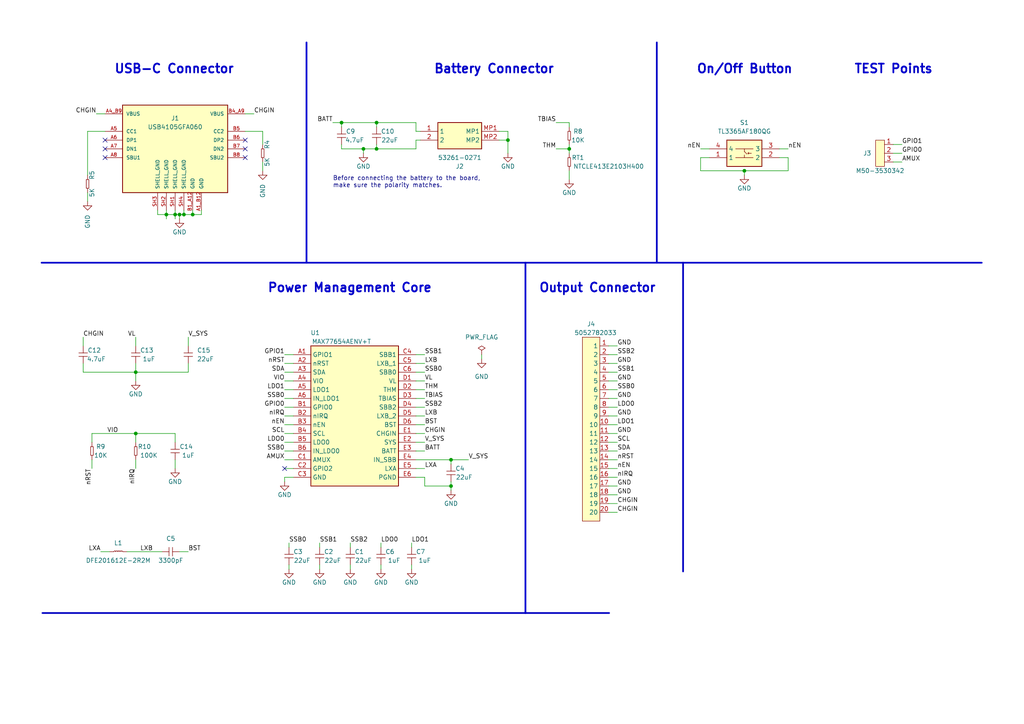
<source format=kicad_sch>
(kicad_sch (version 20230121) (generator eeschema)
  (paper "A4")
  (lib_symbols
    (symbol "connector:53261-0271"
      (property "Reference" "J" (at 19.05 7.62 0))
      (property "Value" "53261-0271" (at 19.05 5.08 0))
      (symbol "53261-0271_1_1"
        (rectangle (start 5.08 2.54) (end 17.78 -5.08) (stroke (width 0.254)) (fill (type background)))
        (pin passive line (at 0 -2.54 0) (length 5.08) (name "1") (number "1"))
        (pin passive line (at 0 0 0) (length 5.08) (name "2") (number "2"))
        (pin passive line (at 22.86 -2.54 180) (length 5.08) (name "MP1") (number "MP1"))
        (pin passive line (at 22.86 0 180) (length 5.08) (name "MP2") (number "MP2"))
      )
    )
    (symbol "connector:Connector_20PIN_5052782033"
      (property "Reference" "J" (at 0 1.27 0))
      (symbol "Connector_20PIN_5052782033_1_1"
        (rectangle (start 0 0) (end 5.08 -53.34) (fill (type background)))
        (pin passive line (at -2.54 -2.54 0) (length 2.54) (name "1") (number "1"))
        (pin passive line (at -2.54 -25.4 0) (length 2.54) (name "10") (number "10"))
        (pin passive line (at -2.54 -27.94 0) (length 2.54) (name "11") (number "11"))
        (pin passive line (at -2.54 -30.48 0) (length 2.54) (name "12") (number "12"))
        (pin passive line (at -2.54 -33.02 0) (length 2.54) (name "13") (number "13"))
        (pin passive line (at -2.54 -35.56 0) (length 2.54) (name "14") (number "14"))
        (pin passive line (at -2.54 -38.1 0) (length 2.54) (name "15") (number "15"))
        (pin passive line (at -2.54 -40.64 0) (length 2.54) (name "16") (number "16"))
        (pin passive line (at -2.54 -43.18 0) (length 2.54) (name "17") (number "17"))
        (pin passive line (at -2.54 -45.72 0) (length 2.54) (name "18") (number "18"))
        (pin passive line (at -2.54 -48.26 0) (length 2.54) (name "19") (number "19"))
        (pin passive line (at -2.54 -5.08 0) (length 2.54) (name "2") (number "2"))
        (pin passive line (at -2.54 -50.8 0) (length 2.54) (name "20") (number "20"))
        (pin passive line (at -2.54 -7.62 0) (length 2.54) (name "3") (number "3"))
        (pin passive line (at -2.54 -10.16 0) (length 2.54) (name "4") (number "4"))
        (pin passive line (at -2.54 -12.7 0) (length 2.54) (name "5") (number "5"))
        (pin passive line (at -2.54 -15.24 0) (length 2.54) (name "6") (number "6"))
        (pin passive line (at -2.54 -17.78 0) (length 2.54) (name "7") (number "7"))
        (pin passive line (at -2.54 -20.32 0) (length 2.54) (name "8") (number "8"))
        (pin passive line (at -2.54 -22.86 0) (length 2.54) (name "9") (number "9"))
      )
    )
    (symbol "connector:Header_1.27_3PIN" (pin_names (offset 0) hide)
      (property "Reference" "J" (at -2.54 3.81 0))
      (symbol "Header_1.27_3PIN_1_1"
        (rectangle (start -1.27 1.27) (end 1.27 -6.35) (fill (type background)))
        (pin passive line (at -3.81 0 0) (length 2.54) (name "1") (number "1"))
        (pin passive line (at -3.81 -2.54 0) (length 2.54) (name "2") (number "2"))
        (pin passive line (at -3.81 -5.08 0) (length 2.54) (name "3") (number "3"))
      )
    )
    (symbol "connector:TL3365AF180QG"
      (property "Reference" "S" (at -5.08 8.382 0))
      (property "Value" "TL3365AF180QG" (at -5.08 5.842 0))
      (symbol "TL3365AF180QG_0_1"
        (polyline (pts (xy -2.54 1.27) (xy 2.54 1.27)))
        (polyline (pts (xy 0 -1.27) (xy 0 -0.508)))
        (polyline (pts (xy 0 0.508) (xy 0.762 -0.254)))
        (polyline (pts (xy 0 1.27) (xy 0 0.508)))
        (polyline (pts (xy 1.016 0) (xy 1.27 -0.254)))
        (polyline (pts (xy 1.016 0) (xy 1.27 0.254)))
        (polyline (pts (xy 1.016 0) (xy 2.032 0)))
        (polyline (pts (xy 2.54 -1.27) (xy -2.54 -1.27)))
      )
      (symbol "TL3365AF180QG_1_1"
        (rectangle (start -5.08 3.81) (end 5.08 -3.81) (stroke (width 0.254)) (fill (type background)))
        (pin passive line (at -10.16 -1.27 0) (length 5.08) (name "1") (number "1"))
        (pin passive line (at 10.16 -1.27 180) (length 5.08) (name "2") (number "2"))
        (pin passive line (at 10.16 1.27 180) (length 5.08) (name "3") (number "3"))
        (pin passive line (at -10.16 1.27 0) (length 5.08) (name "4") (number "4"))
      )
    )
    (symbol "connector:USB4105GFA060" (pin_names (offset 1.016))
      (property "Reference" "J" (at -15.24 13.97 0))
      (property "Value" "USB4105GFA060" (at -8.89 13.97 0))
      (symbol "USB4105GFA060_0_0"
        (rectangle (start -15.24 12.7) (end 15.24 -12.7) (stroke (width 0.254)) (fill (type background)))
        (pin bidirectional line (at -20.32 5.08 0) (length 5.08) (name "CC1") (number "A5"))
        (pin bidirectional line (at -20.32 2.54 0) (length 5.08) (name "DP1") (number "A6"))
        (pin bidirectional line (at -20.32 0 0) (length 5.08) (name "DN1") (number "A7"))
        (pin bidirectional line (at -20.32 -2.54 0) (length 5.08) (name "SBU1") (number "A8"))
        (pin power_in line (at 20.32 10.16 180) (length 5.08) (name "VBUS") (number "B4_A9"))
        (pin bidirectional line (at 20.32 5.08 180) (length 5.08) (name "CC2") (number "B5"))
        (pin bidirectional line (at 20.32 2.54 180) (length 5.08) (name "DP2") (number "B6"))
        (pin bidirectional line (at 20.32 0 180) (length 5.08) (name "DN2") (number "B7"))
        (pin bidirectional line (at 20.32 -2.54 180) (length 5.08) (name "SBU2") (number "B8"))
      )
      (symbol "USB4105GFA060_1_0"
        (pin passive line (at 7.62 -17.78 90) (length 5.08) (name "GND") (number "A1_B12"))
        (pin power_out line (at -20.32 10.16 0) (length 5.08) (name "VBUS") (number "A4_B9"))
        (pin passive line (at 5.08 -17.78 90) (length 5.08) (name "GND") (number "B1_A12"))
        (pin passive line (at 0 -17.78 90) (length 5.08) (name "SHELL_GND") (number "SH1"))
        (pin passive line (at -2.54 -17.78 90) (length 5.08) (name "SHELL_GND") (number "SH2"))
        (pin passive line (at -5.08 -17.78 90) (length 5.08) (name "SHELL_GND") (number "SH3"))
        (pin passive line (at 2.54 -17.78 90) (length 5.08) (name "SHELL_GND") (number "SH4"))
      )
    )
    (symbol "passive:capacitor_0402" (pin_numbers hide) (pin_names (offset 0) hide)
      (property "Reference" "C" (at -0.127 0.762 0))
      (symbol "capacitor_0402_0_1"
        (polyline (pts (xy -0.508 0) (xy -0.508 -2.54)))
        (polyline (pts (xy 0.508 0) (xy 0.508 -2.54)))
      )
      (symbol "capacitor_0402_1_1"
        (pin passive line (at 2.54 -1.27 180) (length 2.032) (name "1") (number "1"))
        (pin passive line (at -2.54 -1.27 0) (length 2.032) (name "2") (number "2"))
      )
    )
    (symbol "passive:capacitor_0603" (pin_numbers hide) (pin_names (offset 0) hide)
      (property "Reference" "C" (at -0.127 0.762 0))
      (symbol "capacitor_0603_0_1"
        (polyline (pts (xy -0.508 0) (xy -0.508 -2.54)))
        (polyline (pts (xy 0.508 0) (xy 0.508 -2.54)))
      )
      (symbol "capacitor_0603_1_1"
        (pin passive line (at 2.54 -1.27 180) (length 2.032) (name "1") (number "1"))
        (pin passive line (at -2.54 -1.27 0) (length 2.032) (name "2") (number "2"))
      )
    )
    (symbol "passive:inductor_0806" (pin_numbers hide) (pin_names (offset 0) hide)
      (property "Reference" "L" (at 0 0 0))
      (symbol "inductor_0806_0_1"
        (arc (start -0.762 -2.54) (mid -1.016 -2.293) (end -1.27 -2.54))
        (arc (start -0.254 -2.5329) (mid -0.508 -2.2859) (end -0.762 -2.5329))
        (arc (start 0.254 -2.5329) (mid 0 -2.2859) (end -0.254 -2.5329))
        (arc (start 0.762 -2.5329) (mid 0.508 -2.2859) (end 0.254 -2.5329))
        (arc (start 1.27 -2.5329) (mid 1.016 -2.2859) (end 0.762 -2.5329))
      )
      (symbol "inductor_0806_1_1"
        (pin passive line (at -2.54 -2.54 0) (length 1.27) (name "1") (number "1"))
        (pin passive line (at 2.54 -2.54 180) (length 1.27) (name "2") (number "2"))
      )
    )
    (symbol "passive:resistor_0402" (pin_numbers hide) (pin_names (offset 0) hide)
      (property "Reference" "R" (at -0.127 0.762 0))
      (symbol "resistor_0402_0_1"
        (rectangle (start -1.27 -0.889) (end 1.27 -1.651))
      )
      (symbol "resistor_0402_1_1"
        (pin passive line (at 2.54 -1.27 180) (length 1.27) (name "1") (number "1"))
        (pin passive line (at -2.54 -1.27 0) (length 1.27) (name "2") (number "2"))
      )
    )
    (symbol "passive:thermal_resistor_tht" (pin_numbers hide) (pin_names (offset 0) hide)
      (property "Reference" "RT" (at 0 1.27 0))
      (property "Value" "~" (at 0 -1.016 0))
      (symbol "thermal_resistor_tht_0_1"
        (rectangle (start -1.27 0.381) (end 1.27 -0.381))
      )
      (symbol "thermal_resistor_tht_1_1"
        (pin passive line (at 2.54 0 180) (length 1.27) (name "1") (number "1"))
        (pin passive line (at -2.54 0 0) (length 1.27) (name "2") (number "2"))
      )
    )
    (symbol "power:MAX77654AENV+T"
      (property "Reference" "U" (at -12.7 24.892 0))
      (property "Value" "MAX77654AENV+T" (at -12.7 22.352 0))
      (symbol "MAX77654AENV+T_1_1"
        (rectangle (start -12.7 20.32) (end 12.7 -20.32) (stroke (width 0.254)) (fill (type background)))
        (pin passive line (at -17.78 17.78 0) (length 5.08) (name "GPIO1") (number "A1"))
        (pin passive line (at -17.78 15.24 0) (length 5.08) (name "nRST") (number "A2"))
        (pin passive line (at -17.78 12.7 0) (length 5.08) (name "SDA") (number "A3"))
        (pin passive line (at -17.78 10.16 0) (length 5.08) (name "VIO") (number "A4"))
        (pin passive line (at -17.78 7.62 0) (length 5.08) (name "LDO1") (number "A5"))
        (pin passive line (at -17.78 5.08 0) (length 5.08) (name "IN_LDO1") (number "A6"))
        (pin passive line (at -17.78 2.54 0) (length 5.08) (name "GPIO0") (number "B1"))
        (pin passive line (at -17.78 0 0) (length 5.08) (name "nIRQ") (number "B2"))
        (pin passive line (at -17.78 -2.54 0) (length 5.08) (name "nEN") (number "B3"))
        (pin passive line (at -17.78 -5.08 0) (length 5.08) (name "SCL") (number "B4"))
        (pin passive line (at -17.78 -7.62 0) (length 5.08) (name "LDO0") (number "B5"))
        (pin passive line (at -17.78 -10.16 0) (length 5.08) (name "IN_LDO0") (number "B6"))
        (pin passive line (at -17.78 -12.7 0) (length 5.08) (name "AMUX") (number "C1"))
        (pin passive line (at -17.78 -15.24 0) (length 5.08) (name "GPIO2") (number "C2"))
        (pin passive line (at -17.78 -17.78 0) (length 5.08) (name "GND") (number "C3"))
        (pin passive line (at 17.78 17.78 180) (length 5.08) (name "SBB1") (number "C4"))
        (pin passive line (at 17.78 15.24 180) (length 5.08) (name "LXB_1") (number "C5"))
        (pin passive line (at 17.78 12.7 180) (length 5.08) (name "SBB0") (number "C6"))
        (pin passive line (at 17.78 10.16 180) (length 5.08) (name "VL") (number "D1"))
        (pin passive line (at 17.78 7.62 180) (length 5.08) (name "THM") (number "D2"))
        (pin passive line (at 17.78 5.08 180) (length 5.08) (name "TBIAS") (number "D3"))
        (pin passive line (at 17.78 2.54 180) (length 5.08) (name "SBB2") (number "D4"))
        (pin passive line (at 17.78 0 180) (length 5.08) (name "LXB_2") (number "D5"))
        (pin passive line (at 17.78 -2.54 180) (length 5.08) (name "BST") (number "D6"))
        (pin passive line (at 17.78 -5.08 180) (length 5.08) (name "CHGIN") (number "E1"))
        (pin passive line (at 17.78 -7.62 180) (length 5.08) (name "SYS") (number "E2"))
        (pin passive line (at 17.78 -10.16 180) (length 5.08) (name "BATT") (number "E3"))
        (pin passive line (at 17.78 -12.7 180) (length 5.08) (name "IN_SBB") (number "E4"))
        (pin passive line (at 17.78 -15.24 180) (length 5.08) (name "LXA") (number "E5"))
        (pin passive line (at 17.78 -17.78 180) (length 5.08) (name "PGND") (number "E6"))
      )
    )
    (symbol "power_kicad:GND" (power) (pin_names (offset 0))
      (property "Value" "GND" (at 0 -3.81 0))
      (symbol "GND_0_1"
        (polyline (pts (xy 0 0) (xy 0 -1.27) (xy 1.27 -1.27) (xy 0 -2.54) (xy -1.27 -1.27) (xy 0 -1.27)))
      )
      (symbol "GND_1_1"
        (pin power_in line (at 0 0 270) (length 0) hide (name "GND") (number "1"))
      )
    )
    (symbol "power_kicad:PWR_FLAG" (power) (pin_numbers hide) (pin_names (offset 0) hide)
      (property "Value" "PWR_FLAG" (at 0 3.81 0))
      (symbol "PWR_FLAG_0_0"
        (pin power_out line (at 0 0 90) (length 0) (name "pwr") (number "1"))
      )
      (symbol "PWR_FLAG_0_1"
        (polyline (pts (xy 0 0) (xy 0 1.27) (xy -1.016 1.905) (xy 0 2.54) (xy 1.016 1.905) (xy 0 1.27)))
      )
    )
  )
  (junction (at 99.06 35.56))
  (junction (at 39.37 107.95))
  (junction (at 55.88 62.23))
  (junction (at 39.37 125.73))
  (junction (at 53.34 62.23))
  (junction (at 165.1 43.18))
  (junction (at 48.26 62.23))
  (junction (at 105.41 43.18))
  (junction (at 215.9 49.53))
  (junction (at 147.32 40.64))
  (junction (at 52.07 62.23))
  (junction (at 130.81 133.35))
  (junction (at 50.8 62.23))
  (junction (at 109.22 43.18))
  (junction (at 109.22 35.56))
  (junction (at 130.81 140.97))
  (no_connect (at 71.12 40.64))
  (no_connect (at 30.48 45.72))
  (no_connect (at 71.12 43.18))
  (no_connect (at 71.12 45.72))
  (no_connect (at 30.48 43.18))
  (no_connect (at 82.55 135.89))
  (no_connect (at 30.48 40.64))
  (wire (pts (xy 83.82 157.48) (xy 83.82 158.75)))
  (wire (pts (xy 120.65 110.49) (xy 123.19 110.49)))
  (polyline (pts (xy 12.065 76.2) (xy 88.9 76.2)) (stroke (width 0.5)))
  (wire (pts (xy 203.2 45.72) (xy 203.2 49.53)))
  (wire (pts (xy 119.38 157.48) (xy 119.38 158.75)))
  (wire (pts (xy 120.65 123.19) (xy 123.19 123.19)))
  (wire (pts (xy 123.19 140.97) (xy 130.81 140.97)))
  (wire (pts (xy 82.55 133.35) (xy 85.09 133.35)))
  (wire (pts (xy 130.81 133.35) (xy 135.89 133.35)))
  (polyline (pts (xy 88.9 76.2) (xy 284.734 76.2)) (stroke (width 0.5)))
  (wire (pts (xy 96.52 35.56) (xy 99.06 35.56)))
  (wire (pts (xy 39.37 133.35) (xy 39.37 135.89)))
  (wire (pts (xy 120.65 133.35) (xy 130.81 133.35)))
  (polyline (pts (xy 190.5 12.319) (xy 190.5 76.2)) (stroke (width 0.5)))
  (wire (pts (xy 215.9 49.53) (xy 228.6 49.53)))
  (wire (pts (xy 76.2 41.91) (xy 76.2 38.1)))
  (wire (pts (xy 109.22 43.18) (xy 105.41 43.18)))
  (wire (pts (xy 53.34 62.23) (xy 52.07 62.23)))
  (wire (pts (xy 176.53 118.11) (xy 179.07 118.11)))
  (wire (pts (xy 144.78 38.1) (xy 147.32 38.1)))
  (wire (pts (xy 82.55 118.11) (xy 85.09 118.11)))
  (wire (pts (xy 39.37 110.49) (xy 39.37 107.95)))
  (wire (pts (xy 130.81 140.97) (xy 130.81 142.24)))
  (wire (pts (xy 54.61 105.41) (xy 54.61 107.95)))
  (wire (pts (xy 82.55 138.43) (xy 85.09 138.43)))
  (wire (pts (xy 99.06 35.56) (xy 109.22 35.56)))
  (wire (pts (xy 120.65 107.95) (xy 123.19 107.95)))
  (wire (pts (xy 54.61 97.79) (xy 54.61 100.33)))
  (wire (pts (xy 176.53 100.33) (xy 179.07 100.33)))
  (wire (pts (xy 228.6 45.72) (xy 228.6 49.53)))
  (wire (pts (xy 39.37 100.33) (xy 39.37 97.79)))
  (wire (pts (xy 45.72 60.96) (xy 45.72 62.23)))
  (wire (pts (xy 120.65 118.11) (xy 123.19 118.11)))
  (wire (pts (xy 24.13 97.79) (xy 24.13 100.33)))
  (wire (pts (xy 82.55 125.73) (xy 85.09 125.73)))
  (wire (pts (xy 120.65 105.41) (xy 123.19 105.41)))
  (wire (pts (xy 50.8 62.23) (xy 48.26 62.23)))
  (wire (pts (xy 176.53 128.27) (xy 179.07 128.27)))
  (wire (pts (xy 71.12 38.1) (xy 76.2 38.1)))
  (wire (pts (xy 50.8 62.23) (xy 50.8 63.5)))
  (wire (pts (xy 161.29 35.56) (xy 165.1 35.56)))
  (wire (pts (xy 50.8 133.35) (xy 50.8 135.89)))
  (wire (pts (xy 105.41 43.18) (xy 99.06 43.18)))
  (wire (pts (xy 101.6 157.48) (xy 101.6 158.75)))
  (wire (pts (xy 82.55 139.7) (xy 82.55 138.43)))
  (wire (pts (xy 109.22 41.91) (xy 109.22 43.18)))
  (wire (pts (xy 120.65 43.18) (xy 109.22 43.18)))
  (wire (pts (xy 121.92 38.1) (xy 120.65 38.1)))
  (wire (pts (xy 101.6 163.83) (xy 101.6 165.1)))
  (wire (pts (xy 176.53 123.19) (xy 179.07 123.19)))
  (wire (pts (xy 176.53 133.35) (xy 179.07 133.35)))
  (wire (pts (xy 165.1 41.91) (xy 165.1 43.18)))
  (wire (pts (xy 26.67 125.73) (xy 26.67 128.27)))
  (wire (pts (xy 48.26 62.23) (xy 45.72 62.23)))
  (wire (pts (xy 105.41 43.18) (xy 105.41 44.45)))
  (wire (pts (xy 120.65 138.43) (xy 123.19 138.43)))
  (wire (pts (xy 27.94 33.02) (xy 30.48 33.02)))
  (wire (pts (xy 176.53 110.49) (xy 179.07 110.49)))
  (wire (pts (xy 82.55 120.65) (xy 85.09 120.65)))
  (wire (pts (xy 58.42 60.96) (xy 58.42 62.23)))
  (wire (pts (xy 165.1 35.56) (xy 165.1 36.83)))
  (wire (pts (xy 176.53 143.51) (xy 179.07 143.51)))
  (wire (pts (xy 92.71 157.48) (xy 92.71 158.75)))
  (wire (pts (xy 52.07 160.02) (xy 54.61 160.02)))
  (wire (pts (xy 55.88 62.23) (xy 53.34 62.23)))
  (polyline (pts (xy 152.4 177.8) (xy 176.657 177.8)) (stroke (width 0.5)))
  (wire (pts (xy 39.37 105.41) (xy 39.37 107.95)))
  (wire (pts (xy 50.8 125.73) (xy 50.8 128.27)))
  (wire (pts (xy 82.55 115.57) (xy 85.09 115.57)))
  (wire (pts (xy 110.49 163.83) (xy 110.49 165.1)))
  (wire (pts (xy 203.2 49.53) (xy 215.9 49.53)))
  (wire (pts (xy 176.53 102.87) (xy 179.07 102.87)))
  (wire (pts (xy 110.49 157.48) (xy 110.49 158.75)))
  (wire (pts (xy 120.65 120.65) (xy 123.19 120.65)))
  (wire (pts (xy 82.55 123.19) (xy 85.09 123.19)))
  (wire (pts (xy 120.65 128.27) (xy 123.19 128.27)))
  (wire (pts (xy 99.06 35.56) (xy 99.06 36.83)))
  (wire (pts (xy 48.26 62.23) (xy 48.26 63.5)))
  (wire (pts (xy 26.67 133.35) (xy 26.67 135.89)))
  (wire (pts (xy 82.55 113.03) (xy 85.09 113.03)))
  (wire (pts (xy 39.37 107.95) (xy 54.61 107.95)))
  (wire (pts (xy 82.55 128.27) (xy 85.09 128.27)))
  (wire (pts (xy 24.13 107.95) (xy 39.37 107.95)))
  (wire (pts (xy 83.82 163.83) (xy 83.82 165.1)))
  (wire (pts (xy 176.53 115.57) (xy 179.07 115.57)))
  (wire (pts (xy 52.07 62.23) (xy 50.8 62.23)))
  (wire (pts (xy 176.53 130.81) (xy 179.07 130.81)))
  (wire (pts (xy 120.65 40.64) (xy 120.65 43.18)))
  (wire (pts (xy 144.78 40.64) (xy 147.32 40.64)))
  (wire (pts (xy 82.55 110.49) (xy 85.09 110.49)))
  (wire (pts (xy 259.08 44.45) (xy 261.62 44.45)))
  (wire (pts (xy 226.06 43.18) (xy 228.6 43.18)))
  (polyline (pts (xy 88.9 12.319) (xy 88.9 76.2)) (stroke (width 0.5)))
  (wire (pts (xy 259.08 41.91) (xy 261.62 41.91)))
  (wire (pts (xy 205.74 45.72) (xy 203.2 45.72)))
  (wire (pts (xy 120.65 125.73) (xy 123.19 125.73)))
  (wire (pts (xy 120.65 102.87) (xy 123.19 102.87)))
  (wire (pts (xy 50.8 60.96) (xy 50.8 62.23)))
  (polyline (pts (xy 198.12 76.2) (xy 198.12 165.735)) (stroke (width 0.5)))
  (polyline (pts (xy 12.319 177.8) (xy 152.4 177.8)) (stroke (width 0.5)))
  (wire (pts (xy 82.55 130.81) (xy 85.09 130.81)))
  (wire (pts (xy 203.2 43.18) (xy 205.74 43.18)))
  (wire (pts (xy 176.53 138.43) (xy 179.07 138.43)))
  (wire (pts (xy 120.65 113.03) (xy 123.19 113.03)))
  (wire (pts (xy 55.88 60.96) (xy 55.88 62.23)))
  (wire (pts (xy 82.55 105.41) (xy 85.09 105.41)))
  (polyline (pts (xy 152.4 76.2) (xy 152.4 177.8)) (stroke (width 0.5)))
  (wire (pts (xy 24.13 107.95) (xy 24.13 105.41)))
  (wire (pts (xy 176.53 107.95) (xy 179.07 107.95)))
  (wire (pts (xy 58.42 62.23) (xy 55.88 62.23)))
  (wire (pts (xy 26.67 125.73) (xy 39.37 125.73)))
  (wire (pts (xy 29.21 160.02) (xy 31.75 160.02)))
  (wire (pts (xy 39.37 128.27) (xy 39.37 125.73)))
  (wire (pts (xy 52.07 62.23) (xy 52.07 63.5)))
  (wire (pts (xy 48.26 60.96) (xy 48.26 62.23)))
  (wire (pts (xy 76.2 46.99) (xy 76.2 49.53)))
  (wire (pts (xy 176.53 135.89) (xy 179.07 135.89)))
  (wire (pts (xy 176.53 105.41) (xy 179.07 105.41)))
  (wire (pts (xy 39.37 125.73) (xy 50.8 125.73)))
  (wire (pts (xy 176.53 120.65) (xy 179.07 120.65)))
  (wire (pts (xy 147.32 38.1) (xy 147.32 40.64)))
  (wire (pts (xy 109.22 35.56) (xy 120.65 35.56)))
  (wire (pts (xy 99.06 41.91) (xy 99.06 43.18)))
  (wire (pts (xy 82.55 135.89) (xy 85.09 135.89)))
  (wire (pts (xy 36.83 160.02) (xy 46.99 160.02)))
  (wire (pts (xy 82.55 107.95) (xy 85.09 107.95)))
  (wire (pts (xy 120.65 35.56) (xy 120.65 38.1)))
  (wire (pts (xy 123.19 138.43) (xy 123.19 140.97)))
  (wire (pts (xy 215.9 50.8) (xy 215.9 49.53)))
  (wire (pts (xy 25.4 38.1) (xy 30.48 38.1)))
  (wire (pts (xy 130.81 139.7) (xy 130.81 140.97)))
  (wire (pts (xy 130.81 134.62) (xy 130.81 133.35)))
  (wire (pts (xy 25.4 55.88) (xy 25.4 58.42)))
  (wire (pts (xy 226.06 45.72) (xy 228.6 45.72)))
  (wire (pts (xy 139.7 102.87) (xy 139.7 104.14)))
  (wire (pts (xy 161.29 43.18) (xy 165.1 43.18)))
  (wire (pts (xy 176.53 148.59) (xy 179.07 148.59)))
  (wire (pts (xy 120.65 115.57) (xy 123.19 115.57)))
  (wire (pts (xy 120.65 135.89) (xy 123.19 135.89)))
  (wire (pts (xy 147.32 40.64) (xy 147.32 44.45)))
  (wire (pts (xy 165.1 43.18) (xy 165.1 44.45)))
  (wire (pts (xy 109.22 35.56) (xy 109.22 36.83)))
  (wire (pts (xy 121.92 40.64) (xy 120.65 40.64)))
  (wire (pts (xy 259.08 46.99) (xy 261.62 46.99)))
  (wire (pts (xy 120.65 130.81) (xy 123.19 130.81)))
  (wire (pts (xy 176.53 146.05) (xy 179.07 146.05)))
  (wire (pts (xy 53.34 60.96) (xy 53.34 62.23)))
  (wire (pts (xy 165.1 49.53) (xy 165.1 52.07)))
  (wire (pts (xy 25.4 50.8) (xy 25.4 38.1)))
  (wire (pts (xy 92.71 163.83) (xy 92.71 165.1)))
  (wire (pts (xy 71.12 33.02) (xy 73.66 33.02)))
  (wire (pts (xy 176.53 113.03) (xy 179.07 113.03)))
  (wire (pts (xy 176.53 125.73) (xy 179.07 125.73)))
  (wire (pts (xy 176.53 140.97) (xy 179.07 140.97)))
  (wire (pts (xy 82.55 102.87) (xy 85.09 102.87)))
  (wire (pts (xy 119.38 163.83) (xy 119.38 165.1)))
  (text "TEST Points" (at 247.65 21.59 0) (effects (font (size 2.54 2.54) (thickness 0.508) bold) (justify left bottom)))
  (text "Output Connector" (at 156.21 85.09 0) (effects (font (size 2.54 2.54) (thickness 0.508) bold) (justify left bottom)))
  (text "Battery Connector" (at 125.73 21.59 0) (effects (font (size 2.54 2.54) (thickness 0.508) bold) (justify left bottom)))
  (text "USB-C Connector" (at 33.02 21.59 0) (effects (font (size 2.54 2.54) (thickness 0.508) bold) (justify left bottom)))
  (text "On/Off Button" (at 201.93 21.59 0) (effects (font (size 2.54 2.54) (thickness 0.508) bold) (justify left bottom)))
  (text "Power Management Core" (at 77.47 85.09 0) (effects (font (size 2.54 2.54) (thickness 0.508) bold) (justify left bottom)))
  (text "Before connecting the battery to the board, \nmake sure the polarity matches." (at 96.52 54.61 0) (effects (font (size 1.27 1.27)) (justify left bottom)))
  (label "nEN" (at 179.07 135.89 0))
  (label "VL" (at 39.37 97.79 180))
  (label "LXA" (at 29.21 160.02 180))
  (label "BATT" (at 123.19 130.81 0))
  (label "SSB0" (at 179.07 113.03 0))
  (label "GND" (at 179.07 143.51 0))
  (label "TBIAS" (at 161.29 35.56 180))
  (label "AMUX" (at 261.62 46.99 0))
  (label "VIO" (at 82.55 110.49 180))
  (label "GPIO1" (at 82.55 102.87 180))
  (label "LXB" (at 40.64 160.02 0))
  (label "GPIO0" (at 82.55 118.11 180))
  (label "BST" (at 54.61 160.02 0))
  (label "AMUX" (at 82.55 133.35 180))
  (label "CHGIN" (at 179.07 146.05 0))
  (label "SSB0" (at 83.82 157.48 0))
  (label "BST" (at 123.19 123.19 0))
  (label "LDO1" (at 179.07 123.19 0))
  (label "SSB0" (at 82.55 130.81 180))
  (label "SSB2" (at 179.07 102.87 0))
  (label "CHGIN" (at 24.13 97.79 0))
  (label "SSB2" (at 101.6 157.48 0))
  (label "nIRQ" (at 179.07 138.43 0))
  (label "nEN" (at 82.55 123.19 180))
  (label "CHGIN" (at 73.66 33.02 0))
  (label "LDO0" (at 110.49 157.48 0))
  (label "SDA" (at 82.55 107.95 180))
  (label "GND" (at 179.07 140.97 0))
  (label "SCL" (at 179.07 128.27 0))
  (label "LDO1" (at 82.55 113.03 180))
  (label "GND" (at 179.07 125.73 0))
  (label "SSB2" (at 123.19 118.11 0))
  (label "nRST" (at 26.67 135.89 270))
  (label "SSB0" (at 82.55 115.57 180))
  (label "THM" (at 123.19 113.03 0))
  (label "LXA" (at 123.19 135.89 0))
  (label "SSB1" (at 123.19 102.87 0))
  (label "nEN" (at 203.2 43.18 180))
  (label "nIRQ" (at 39.37 135.89 270))
  (label "LDO0" (at 179.07 118.11 0))
  (label "SSB1" (at 92.71 157.48 0))
  (label "VIO" (at 34.29 125.73 180))
  (label "SSB1" (at 179.07 107.95 0))
  (label "TBIAS" (at 123.19 115.57 0))
  (label "V_SYS" (at 123.19 128.27 0))
  (label "BATT" (at 96.52 35.56 180))
  (label "nRST" (at 179.07 133.35 0))
  (label "CHGIN" (at 123.19 125.73 0))
  (label "GND" (at 179.07 105.41 0))
  (label "CHGIN" (at 179.07 148.59 0))
  (label "GPIO0" (at 261.62 44.45 0))
  (label "LXB" (at 123.19 120.65 0))
  (label "V_SYS" (at 54.61 97.79 0))
  (label "nIRQ" (at 82.55 120.65 180))
  (label "nEN" (at 228.6 43.18 0))
  (label "nRST" (at 82.55 105.41 180))
  (label "SDA" (at 179.07 130.81 0))
  (label "LXB" (at 123.19 105.41 0))
  (label "VL" (at 123.19 110.49 0))
  (label "GND" (at 179.07 100.33 0))
  (label "LDO1" (at 119.38 157.48 0))
  (label "THM" (at 161.29 43.18 180))
  (label "CHGIN" (at 27.94 33.02 180))
  (label "GND" (at 179.07 110.49 0))
  (label "V_SYS" (at 135.89 133.35 0))
  (label "LDO0" (at 82.55 128.27 180))
  (label "GND" (at 179.07 120.65 0))
  (label "GND" (at 179.07 115.57 0))
  (label "SSB0" (at 123.19 107.95 0))
  (label "SCL" (at 82.55 125.73 180))
  (label "GPIO1" (at 261.62 41.91 0))
  (symbol (lib_id "power_kicad:GND") (at 92.71 165.1 0) (unit 1)
    (property "Reference" "#PWR010" (effects hide))
    (property "Value" "GND" (at 92.71 168.91 0))
  )
  (symbol (lib_id "passive:capacitor_0603") (at 129.54 137.16 90) (unit 1)
    (property "Reference" "C4" (at 132.08 135.89 90) (effects (justify right)))
    (property "Value" "22uF" (at 134.62 138.43 90))
    (property "Footprint" "passive:C_0603" (effects hide))
  )
  (symbol (lib_id "connector:Connector_20PIN_5052782033") (at 173.99 97.79 0) (mirror y) (unit 1)
    (property "Reference" "J4" (at 171.45 93.98 0))
    (property "Value" "5052782033" (at 172.72 96.52 0))
    (property "Footprint" "connector:Connector_20PIN_5052782033" (effects hide))
    (property "Datasheet" "https://tools.molex.com/pdm_docs/sd/5052782033_sd.pdf" (effects hide))
  )
  (symbol (lib_id "power_kicad:GND") (at 147.32 44.45 0) (unit 1)
    (property "Reference" "#PWR07" (effects hide))
    (property "Value" "GND" (at 147.32 48.26 0))
  )
  (symbol (lib_id "passive:capacitor_0402") (at 49.53 158.75 0) (unit 1)
    (property "Reference" "C5" (at 49.53 156.21 0))
    (property "Value" "3300pF" (at 49.53 162.56 0))
    (property "Footprint" "passive:C_0402" (effects hide))
  )
  (symbol (lib_id "passive:capacitor_0402") (at 25.4 102.87 270) (unit 1)
    (property "Reference" "C12" (at 25.4 101.6 90) (effects (justify left)))
    (property "Value" "4.7uF" (at 27.94 104.14 90))
    (property "Footprint" "passive:C_0402" (effects hide))
  )
  (symbol (lib_id "power_kicad:GND") (at 139.7 104.14 0) (unit 1)
    (property "Reference" "#PWR014" (effects hide))
    (property "Value" "GND" (at 139.7 109.22 0))
  )
  (symbol (lib_id "passive:capacitor_0402") (at 118.11 161.29 90) (unit 1)
    (property "Reference" "C7" (at 120.65 160.02 90) (effects (justify right)))
    (property "Value" "1uF" (at 123.19 162.56 90))
    (property "Footprint" "passive:C_0402" (effects hide))
  )
  (symbol (lib_id "power_kicad:GND") (at 82.55 139.7 0) (unit 1)
    (property "Reference" "#PWR013" (effects hide))
    (property "Value" "GND" (at 82.55 143.51 0))
  )
  (symbol (lib_id "connector:TL3365AF180QG") (at 215.9 44.45 0) (unit 1)
    (property "Reference" "S1" (at 215.9 35.56 0))
    (property "Value" "TL3365AF180QG" (at 215.9 38.1 0))
    (property "Footprint" "connector:TL3365AF180QG" (effects hide))
    (property "Datasheet" "https://datasheet.datasheetarchive.com/originals/distributors/DKDS-30/580857.pdf" (effects hide))
    (property "Height" "2.5" (effects hide))
    (property "Mouser Part Number" "612-TL3365AF180QG" (effects hide))
    (property "Mouser Price/Stock" "https://www.mouser.co.uk/ProductDetail/E-Switch/TL3365AF180QG?qs=xQzBpF%2FAFTo%252BA4IL7l2Rvw%3D%3D" (effects hide))
    (property "Manufacturer_Name" "E-Switch" (effects hide))
    (property "Manufacturer_Part_Number" "TL3365AF180QG" (effects hide))
  )
  (symbol (lib_id "connector:Header_1.27_3PIN") (at 255.27 41.91 0) (mirror y) (unit 1)
    (property "Reference" "J3" (at 252.73 44.45 0) (effects (justify left)))
    (property "Value" "M50-3530342" (at 255.27 49.53 0))
    (property "Footprint" "connector:Header_THT_1.27_3P" (effects hide))
  )
  (symbol (lib_id "power_kicad:GND") (at 25.4 58.42 0) (unit 1)
    (property "Reference" "#PWR017" (effects hide))
    (property "Value" "GND" (at 25.4 62.23 90) (effects (justify right)))
  )
  (symbol (lib_id "power_kicad:PWR_FLAG") (at 139.7 102.87 0) (unit 1)
    (property "Reference" "#FLG01" (effects hide))
    (property "Value" "PWR_FLAG" (at 139.7 97.79 0))
  )
  (symbol (lib_id "power_kicad:GND") (at 101.6 165.1 0) (unit 1)
    (property "Reference" "#PWR09" (effects hide))
    (property "Value" "GND" (at 101.6 168.91 0))
  )
  (symbol (lib_id "connector:USB4105GFA060") (at 50.8 43.18 0) (unit 1)
    (property "Reference" "J1" (at 50.8 34.29 0))
    (property "Value" "USB4105GFA060" (at 50.8 36.83 0))
    (property "Footprint" "connector:GCT_USB4105GFA060" (effects hide))
  )
  (symbol (lib_id "passive:capacitor_0402") (at 107.95 39.37 90) (unit 1)
    (property "Reference" "C10" (at 110.49 38.1 90) (effects (justify right)))
    (property "Value" "22uF" (at 113.03 40.64 90))
    (property "Footprint" "passive:C_0402" (effects hide))
  )
  (symbol (lib_id "power_kicad:GND") (at 215.9 50.8 0) (unit 1)
    (property "Reference" "#PWR03" (effects hide))
    (property "Value" "GND" (at 215.9 54.61 0))
  )
  (symbol (lib_id "power_kicad:GND") (at 76.2 49.53 0) (unit 1)
    (property "Reference" "#PWR015" (effects hide))
    (property "Value" "GND" (at 76.2 53.34 90) (effects (justify right)))
  )
  (symbol (lib_id "passive:inductor_0806") (at 34.29 157.48 0) (unit 1)
    (property "Reference" "L1" (at 34.29 157.48 0))
    (property "Value" "DFE201612E-2R2M" (at 34.29 162.56 0))
    (property "Footprint" "passive:L_0806" (effects hide))
  )
  (symbol (lib_id "passive:capacitor_0402") (at 38.1 102.87 90) (unit 1)
    (property "Reference" "C13" (at 40.64 101.6 90) (effects (justify right)))
    (property "Value" "1uF" (at 43.18 104.14 90))
    (property "Footprint" "passive:C_0402" (effects hide))
  )
  (symbol (lib_id "passive:resistor_0402") (at 166.37 39.37 270) (unit 1)
    (property "Reference" "R8" (at 167.64 38.1 90))
    (property "Value" "10K" (at 167.64 40.64 90))
    (property "Footprint" "passive:R_0402" (effects hide))
  )
  (symbol (lib_id "power_kicad:GND") (at 39.37 110.49 0) (unit 1)
    (property "Reference" "#PWR01" (effects hide))
    (property "Value" "GND" (at 39.37 114.3 0))
  )
  (symbol (lib_id "passive:capacitor_0402") (at 53.34 102.87 90) (unit 1)
    (property "Reference" "C15" (at 57.15 101.6 90) (effects (justify right)))
    (property "Value" "22uF" (at 57.15 104.14 90) (effects (justify right)))
    (property "Footprint" "passive:C_0402" (effects hide))
  )
  (symbol (lib_id "passive:resistor_0402") (at 38.1 130.81 90) (unit 1)
    (property "Reference" "R10" (at 41.91 129.54 90))
    (property "Value" "100K" (at 43.18 132.08 90))
    (property "Footprint" "passive:R_0402" (effects hide))
  )
  (symbol (lib_id "passive:capacitor_0402") (at 82.55 161.29 90) (unit 1)
    (property "Reference" "C3" (at 85.09 160.02 90) (effects (justify right)))
    (property "Value" "22uF" (at 87.63 162.56 90))
    (property "Footprint" "passive:C_0402" (effects hide))
  )
  (symbol (lib_id "power_kicad:GND") (at 50.8 135.89 0) (unit 1)
    (property "Reference" "#PWR06" (effects hide))
    (property "Value" "GND" (at 50.8 139.7 0))
  )
  (symbol (lib_id "passive:resistor_0402") (at 26.67 53.34 270) (unit 1)
    (property "Reference" "R5" (at 26.67 50.8 0))
    (property "Value" "5K" (at 26.67 55.88 0))
    (property "Footprint" "passive:R_0402" (effects hide))
  )
  (symbol (lib_id "power_kicad:GND") (at 130.81 142.24 0) (unit 1)
    (property "Reference" "#PWR012" (effects hide))
    (property "Value" "GND" (at 130.81 146.05 0))
  )
  (symbol (lib_id "power_kicad:GND") (at 105.41 44.45 0) (unit 1)
    (property "Reference" "#PWR08" (effects hide))
    (property "Value" "GND" (at 105.41 48.26 0))
  )
  (symbol (lib_id "passive:capacitor_0402") (at 100.33 161.29 90) (unit 1)
    (property "Reference" "C1" (at 102.87 160.02 90) (effects (justify right)))
    (property "Value" "22uF" (at 105.41 162.56 90))
    (property "Footprint" "passive:C_0402" (effects hide))
  )
  (symbol (lib_id "power_kicad:GND") (at 119.38 165.1 0) (unit 1)
    (property "Reference" "#PWR016" (effects hide))
    (property "Value" "GND" (at 119.38 168.91 0))
  )
  (symbol (lib_id "passive:resistor_0402") (at 77.47 44.45 270) (unit 1)
    (property "Reference" "R4" (at 77.47 41.91 0))
    (property "Value" "5K" (at 77.47 46.99 0))
    (property "Footprint" "passive:R_0402" (effects hide))
  )
  (symbol (lib_id "passive:capacitor_0402") (at 109.22 161.29 90) (unit 1)
    (property "Reference" "C6" (at 111.76 160.02 90) (effects (justify right)))
    (property "Value" "1uF" (at 114.3 162.56 90))
    (property "Footprint" "passive:C_0402" (effects hide))
  )
  (symbol (lib_id "power:MAX77654AENV+T") (at 102.87 120.65 0) (unit 1)
    (property "Reference" "U1" (at 91.44 96.52 0))
    (property "Value" "MAX77654AENV+T" (at 99.06 99.06 0))
    (property "Footprint" "BGA30C40P6X5_279X234X50" (effects hide))
    (property "Height" "0.5" (effects hide))
    (property "Mouser Part Number" "700-MAX77654AENV+T" (effects hide))
    (property "Mouser Price/Stock" "https://www.mouser.co.uk/ProductDetail/Analog-Devices-Maxim-Integrated/MAX77654AENV%2bT?qs=rkhjVJ6%2F3EJFWpGAhH02SA%3D%3D" (effects hide))
    (property "Manufacturer_Name" "Analog Devices" (effects hide))
    (property "Manufacturer_Part_Number" "MAX77654AENV+T" (effects hide))
  )
  (symbol (lib_id "power_kicad:GND") (at 83.82 165.1 0) (unit 1)
    (property "Reference" "#PWR011" (effects hide))
    (property "Value" "GND" (at 83.82 168.91 0))
  )
  (symbol (lib_id "passive:capacitor_0402") (at 91.44 161.29 90) (unit 1)
    (property "Reference" "C2" (at 93.98 160.02 90) (effects (justify right)))
    (property "Value" "22uF" (at 96.52 162.56 90))
    (property "Footprint" "passive:C_0402" (effects hide))
  )
  (symbol (lib_id "passive:thermal_resistor_tht") (at 165.1 46.99 90) (unit 1)
    (property "Reference" "RT1" (at 167.64 45.72 90))
    (property "Value" "NTCLE413E2103H400" (at 176.53 48.26 90))
    (property "Footprint" "passive:THT2" (effects hide))
  )
  (symbol (lib_id "power_kicad:GND") (at 110.49 165.1 0) (unit 1)
    (property "Reference" "#PWR04" (effects hide))
    (property "Value" "GND" (at 110.49 168.91 0))
  )
  (symbol (lib_id "connector:53261-0271") (at 121.92 40.64 0) (mirror x) (unit 1)
    (property "Reference" "J2" (at 133.35 48.26 0))
    (property "Value" "53261-0271" (at 133.35 45.72 0))
    (property "Footprint" "connector:53261-0271" (effects hide))
    (property "Datasheet" "https://www.molex.com/pdm_docs/sd/532610271_sd.pdf" (effects hide))
    (property "Height" "3.65" (effects hide))
    (property "Mouser Part Number" "538-53261-0271" (effects hide))
    (property "Mouser Price/Stock" "https://www.mouser.co.uk/ProductDetail/Molex/53261-0271?qs=%252B72YyncTwW%252B8%252BBjraxGf3A%3D%3D" (effects hide))
    (property "Manufacturer_Name" "Molex" (effects hide))
    (property "Manufacturer_Part_Number" "53261-0271" (effects hide))
  )
  (symbol (lib_id "power_kicad:GND") (at 165.1 52.07 0) (unit 1)
    (property "Reference" "#PWR05" (effects hide))
    (property "Value" "GND" (at 165.1 55.88 0))
  )
  (symbol (lib_id "passive:capacitor_0402") (at 100.33 39.37 270) (unit 1)
    (property "Reference" "C9" (at 100.33 38.1 90) (effects (justify left)))
    (property "Value" "4.7uF" (at 102.87 40.64 90))
    (property "Footprint" "passive:C_0402" (effects hide))
  )
  (symbol (lib_id "power_kicad:GND") (at 52.07 63.5 0) (unit 1)
    (property "Reference" "#PWR02" (effects hide))
    (property "Value" "GND" (at 52.07 67.31 0))
  )
  (symbol (lib_id "passive:capacitor_0402") (at 49.53 130.81 90) (unit 1)
    (property "Reference" "C14" (at 52.07 129.54 90) (effects (justify right)))
    (property "Value" "1uF" (at 54.61 132.08 90))
    (property "Footprint" "passive:C_0402" (effects hide))
  )
  (symbol (lib_id "passive:resistor_0402") (at 27.94 130.81 270) (unit 1)
    (property "Reference" "R9" (at 29.21 129.54 90))
    (property "Value" "10K" (at 29.21 132.08 90))
    (property "Footprint" "passive:R_0402" (effects hide))
  )
)
</source>
